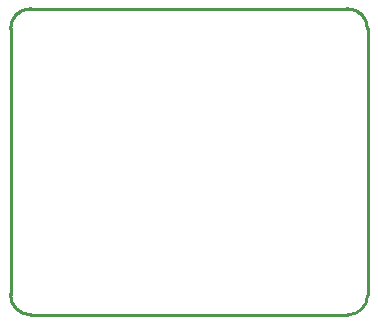
<source format=gko>
G04*
G04 #@! TF.GenerationSoftware,Altium Limited,Altium Designer,21.3.2 (30)*
G04*
G04 Layer_Color=16711935*
%FSLAX25Y25*%
%MOIN*%
G70*
G04*
G04 #@! TF.SameCoordinates,A236C9B4-8AE0-4B67-9D85-2998E959901C*
G04*
G04*
G04 #@! TF.FilePolarity,Positive*
G04*
G01*
G75*
%ADD10C,0.01000*%
D10*
Y6828D02*
G03*
X6828Y0I6828J0D01*
G01*
X6828Y102000D02*
G03*
X0Y95172I0J-6828D01*
G01*
X119000D02*
G03*
X112172Y102000I-6828J0D01*
G01*
X112550Y0D02*
G03*
X119000Y6449I0J6449D01*
G01*
X0Y6828D02*
Y95172D01*
X6828Y102000D02*
X112172D01*
X119000Y6449D02*
Y95172D01*
X6828Y0D02*
X112550Y0D01*
X6449Y102000D02*
G03*
X0Y95551I0J-6449D01*
G01*
X119000D02*
G03*
X112550Y102000I-6449J0D01*
G01*
Y0D02*
G03*
X119000Y6449I0J6449D01*
G01*
X0D02*
G03*
X6449Y0I6449J0D01*
G01*
X112550D01*
X119000Y6449D02*
Y95551D01*
X6449Y102000D02*
X112550D01*
X0Y6449D02*
Y95551D01*
M02*

</source>
